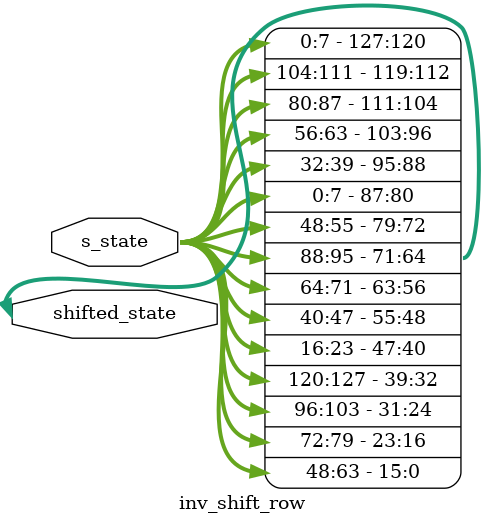
<source format=v>
`timescale 1ns / 1ps
module inv_shift_row(s_state,shifted_state);
input [0:127] s_state;
inout [0:127] shifted_state;
assign shifted_state[0:7]   = s_state[0:7];//0 
assign shifted_state[8:15] = s_state[104:111];//1
assign shifted_state[16:23] = s_state[80:87];//2
assign shifted_state[24:31] = s_state[56:63];//3

assign shifted_state[32:39] = s_state[32:39];//4
assign shifted_state[40:47] = s_state[0:7];//5
assign shifted_state[48:55] = s_state[48:55];//6
assign shifted_state[56:63] = s_state[88:95];//7

assign shifted_state[64:71] = s_state[64:71];//8
assign shifted_state[72:79] = s_state[40:47];//9
assign shifted_state[80:87] = s_state[16:23];//10
assign shifted_state[88:95] = s_state[120:127];//11

assign shifted_state[96:103] = s_state[96:103];//12
assign shifted_state[104:111] = s_state[72:79];//13s
assign shifted_state[112:119] = s_state[48:55];//14
assign shifted_state[120:127] = s_state[56:63];//15
endmodule

</source>
